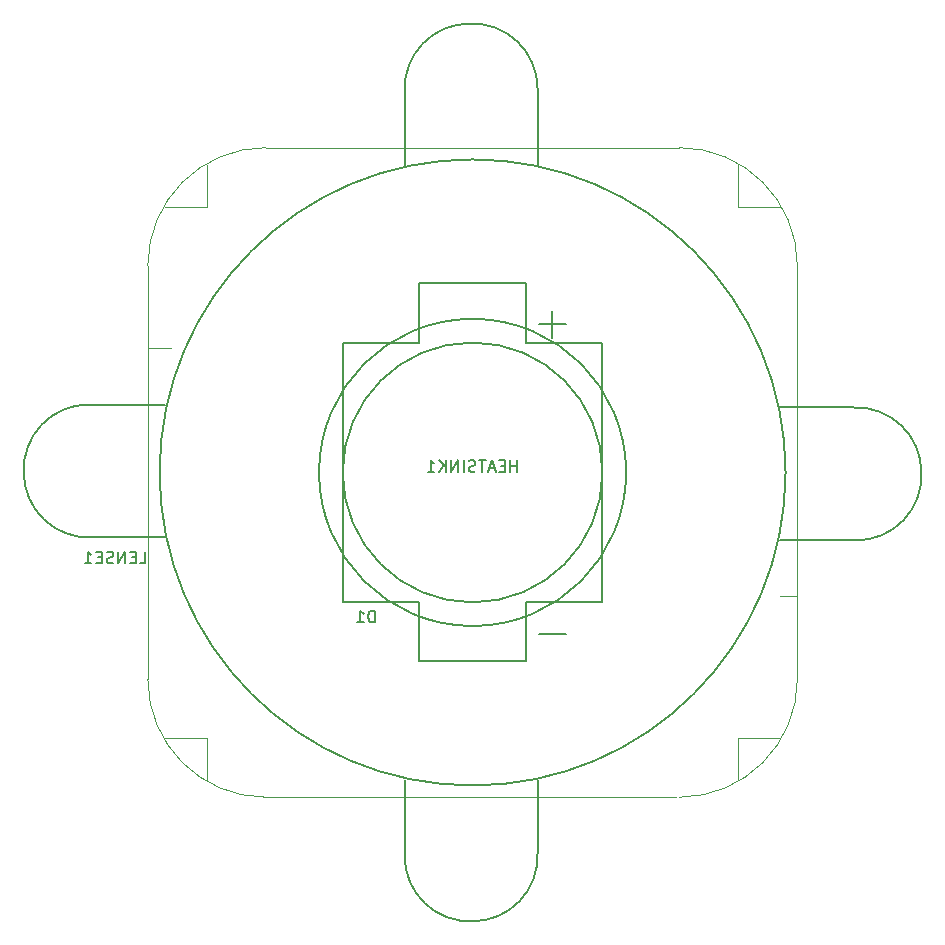
<source format=gbr>
G04 #@! TF.GenerationSoftware,KiCad,Pcbnew,(5.0.0)*
G04 #@! TF.CreationDate,2020-03-30T15:38:54-04:00*
G04 #@! TF.ProjectId,10W White LED,313057205768697465204C45442E6B69,rev?*
G04 #@! TF.SameCoordinates,Original*
G04 #@! TF.FileFunction,Legend,Bot*
G04 #@! TF.FilePolarity,Positive*
%FSLAX46Y46*%
G04 Gerber Fmt 4.6, Leading zero omitted, Abs format (unit mm)*
G04 Created by KiCad (PCBNEW (5.0.0)) date 03/30/20 15:38:54*
%MOMM*%
%LPD*%
G01*
G04 APERTURE LIST*
%ADD10C,0.200000*%
%ADD11C,0.100000*%
%ADD12C,0.150000*%
G04 APERTURE END LIST*
D10*
G04 #@! TO.C,LENSE1*
X182500000Y-105750000D02*
G75*
G03X188000000Y-99994321I0J5505679D01*
G01*
X188000000Y-100000000D02*
G75*
G03X182244321Y-94500000I-5505679J0D01*
G01*
X182500000Y-105750000D02*
X176000000Y-105750000D01*
X182250000Y-94500000D02*
X176000000Y-94500000D01*
X155500000Y-67500000D02*
G75*
G03X149744321Y-62000000I-5505679J0D01*
G01*
X149750000Y-62000000D02*
G75*
G03X144250000Y-67755679I0J-5505679D01*
G01*
X155500000Y-67500000D02*
X155500000Y-74000000D01*
X144250000Y-67750000D02*
X144250000Y-74000000D01*
X117500000Y-94250000D02*
G75*
G03X112000000Y-100005679I0J-5505679D01*
G01*
X112000000Y-100000000D02*
G75*
G03X117755679Y-105500000I5505679J0D01*
G01*
X117500000Y-94250000D02*
X124000000Y-94250000D01*
X117750000Y-105500000D02*
X124000000Y-105500000D01*
X144250000Y-132500000D02*
X144250000Y-126000000D01*
X155500000Y-132250000D02*
X155500000Y-126000000D01*
X144250000Y-132500000D02*
G75*
G03X150005679Y-138000000I5505679J0D01*
G01*
X150000000Y-138000000D02*
G75*
G03X155500000Y-132244321I0J5505679D01*
G01*
X176500000Y-100000000D02*
G75*
G03X176500000Y-100000000I-26500000J0D01*
G01*
X163000000Y-100000000D02*
G75*
G03X163000000Y-100000000I-13000000J0D01*
G01*
X161000000Y-100000000D02*
G75*
G03X161000000Y-100000000I-11000000J0D01*
G01*
D11*
G04 #@! TO.C,HEATSINK1*
X172500000Y-122500000D02*
X176000000Y-122500000D01*
X172500000Y-122500000D02*
X172500000Y-126000000D01*
X127500000Y-122500000D02*
X127500000Y-126000000D01*
X127500000Y-122500000D02*
X124000000Y-122500000D01*
X127500000Y-77500000D02*
X124000000Y-77500000D01*
X127500000Y-77500000D02*
X127500000Y-74000000D01*
X172500000Y-77500000D02*
X176000000Y-77500000D01*
X172500000Y-77500000D02*
X172500000Y-74000000D01*
X177500000Y-110500000D02*
X176000000Y-110500000D01*
X122500000Y-89500000D02*
X124500000Y-89500000D01*
X132500000Y-72500000D02*
X167500000Y-72500000D01*
X122500000Y-117500000D02*
X122500000Y-82500000D01*
X167250000Y-127500000D02*
X132250000Y-127500000D01*
X177500000Y-82500000D02*
X177500000Y-117500000D01*
X122500000Y-117500000D02*
G75*
G03X132500000Y-127500000I10000000J0D01*
G01*
X132500000Y-72500000D02*
G75*
G03X122500000Y-82500000I0J-10000000D01*
G01*
X177500000Y-82500000D02*
G75*
G03X167500000Y-72500000I-10000000J0D01*
G01*
X167500000Y-127500000D02*
G75*
G03X177500000Y-117500000I0J10000000D01*
G01*
G04 #@! TO.C,D1*
X153750000Y-84000000D02*
X154500000Y-84000000D01*
D10*
X154500000Y-89000000D02*
X161000000Y-89000000D01*
X161000000Y-89000000D02*
X161000000Y-111000000D01*
X161000000Y-111000000D02*
X154500000Y-111000000D01*
X154500000Y-111000000D02*
X154500000Y-116000000D01*
X154500000Y-116000000D02*
X145500000Y-116000000D01*
X145500000Y-116000000D02*
X145500000Y-115000000D01*
X145500000Y-115000000D02*
X145500000Y-111000000D01*
X145500000Y-111000000D02*
X139000000Y-111000000D01*
X139000000Y-111000000D02*
X139000000Y-110250000D01*
X139000000Y-110250000D02*
X139000000Y-89000000D01*
X139000000Y-89000000D02*
X140000000Y-89000000D01*
X140000000Y-89000000D02*
X145500000Y-89000000D01*
X145500000Y-89000000D02*
X145500000Y-88500000D01*
X145500000Y-88500000D02*
X145500000Y-84000000D01*
X145500000Y-84000000D02*
X146750000Y-84000000D01*
X146750000Y-84000000D02*
X154500000Y-84000000D01*
X154500000Y-84000000D02*
X154500000Y-89000000D01*
G04 #@! TO.C,LENSE1*
D12*
X121821428Y-107702380D02*
X122297619Y-107702380D01*
X122297619Y-106702380D01*
X121488095Y-107178571D02*
X121154761Y-107178571D01*
X121011904Y-107702380D02*
X121488095Y-107702380D01*
X121488095Y-106702380D01*
X121011904Y-106702380D01*
X120583333Y-107702380D02*
X120583333Y-106702380D01*
X120011904Y-107702380D01*
X120011904Y-106702380D01*
X119583333Y-107654761D02*
X119440476Y-107702380D01*
X119202380Y-107702380D01*
X119107142Y-107654761D01*
X119059523Y-107607142D01*
X119011904Y-107511904D01*
X119011904Y-107416666D01*
X119059523Y-107321428D01*
X119107142Y-107273809D01*
X119202380Y-107226190D01*
X119392857Y-107178571D01*
X119488095Y-107130952D01*
X119535714Y-107083333D01*
X119583333Y-106988095D01*
X119583333Y-106892857D01*
X119535714Y-106797619D01*
X119488095Y-106750000D01*
X119392857Y-106702380D01*
X119154761Y-106702380D01*
X119011904Y-106750000D01*
X118583333Y-107178571D02*
X118250000Y-107178571D01*
X118107142Y-107702380D02*
X118583333Y-107702380D01*
X118583333Y-106702380D01*
X118107142Y-106702380D01*
X117154761Y-107702380D02*
X117726190Y-107702380D01*
X117440476Y-107702380D02*
X117440476Y-106702380D01*
X117535714Y-106845238D01*
X117630952Y-106940476D01*
X117726190Y-106988095D01*
G04 #@! TO.C,HEATSINK1*
X153761904Y-99952380D02*
X153761904Y-98952380D01*
X153761904Y-99428571D02*
X153190476Y-99428571D01*
X153190476Y-99952380D02*
X153190476Y-98952380D01*
X152714285Y-99428571D02*
X152380952Y-99428571D01*
X152238095Y-99952380D02*
X152714285Y-99952380D01*
X152714285Y-98952380D01*
X152238095Y-98952380D01*
X151857142Y-99666666D02*
X151380952Y-99666666D01*
X151952380Y-99952380D02*
X151619047Y-98952380D01*
X151285714Y-99952380D01*
X151095238Y-98952380D02*
X150523809Y-98952380D01*
X150809523Y-99952380D02*
X150809523Y-98952380D01*
X150238095Y-99904761D02*
X150095238Y-99952380D01*
X149857142Y-99952380D01*
X149761904Y-99904761D01*
X149714285Y-99857142D01*
X149666666Y-99761904D01*
X149666666Y-99666666D01*
X149714285Y-99571428D01*
X149761904Y-99523809D01*
X149857142Y-99476190D01*
X150047619Y-99428571D01*
X150142857Y-99380952D01*
X150190476Y-99333333D01*
X150238095Y-99238095D01*
X150238095Y-99142857D01*
X150190476Y-99047619D01*
X150142857Y-99000000D01*
X150047619Y-98952380D01*
X149809523Y-98952380D01*
X149666666Y-99000000D01*
X149238095Y-99952380D02*
X149238095Y-98952380D01*
X148761904Y-99952380D02*
X148761904Y-98952380D01*
X148190476Y-99952380D01*
X148190476Y-98952380D01*
X147714285Y-99952380D02*
X147714285Y-98952380D01*
X147142857Y-99952380D02*
X147571428Y-99380952D01*
X147142857Y-98952380D02*
X147714285Y-99523809D01*
X146190476Y-99952380D02*
X146761904Y-99952380D01*
X146476190Y-99952380D02*
X146476190Y-98952380D01*
X146571428Y-99095238D01*
X146666666Y-99190476D01*
X146761904Y-99238095D01*
G04 #@! TO.C,D1*
X141738095Y-112702380D02*
X141738095Y-111702380D01*
X141500000Y-111702380D01*
X141357142Y-111750000D01*
X141261904Y-111845238D01*
X141214285Y-111940476D01*
X141166666Y-112130952D01*
X141166666Y-112273809D01*
X141214285Y-112464285D01*
X141261904Y-112559523D01*
X141357142Y-112654761D01*
X141500000Y-112702380D01*
X141738095Y-112702380D01*
X140214285Y-112702380D02*
X140785714Y-112702380D01*
X140500000Y-112702380D02*
X140500000Y-111702380D01*
X140595238Y-111845238D01*
X140690476Y-111940476D01*
X140785714Y-111988095D01*
X157892857Y-87464285D02*
X155607142Y-87464285D01*
X156750000Y-88607142D02*
X156750000Y-86321428D01*
X157892857Y-113714285D02*
X155607142Y-113714285D01*
G04 #@! TD*
M02*

</source>
